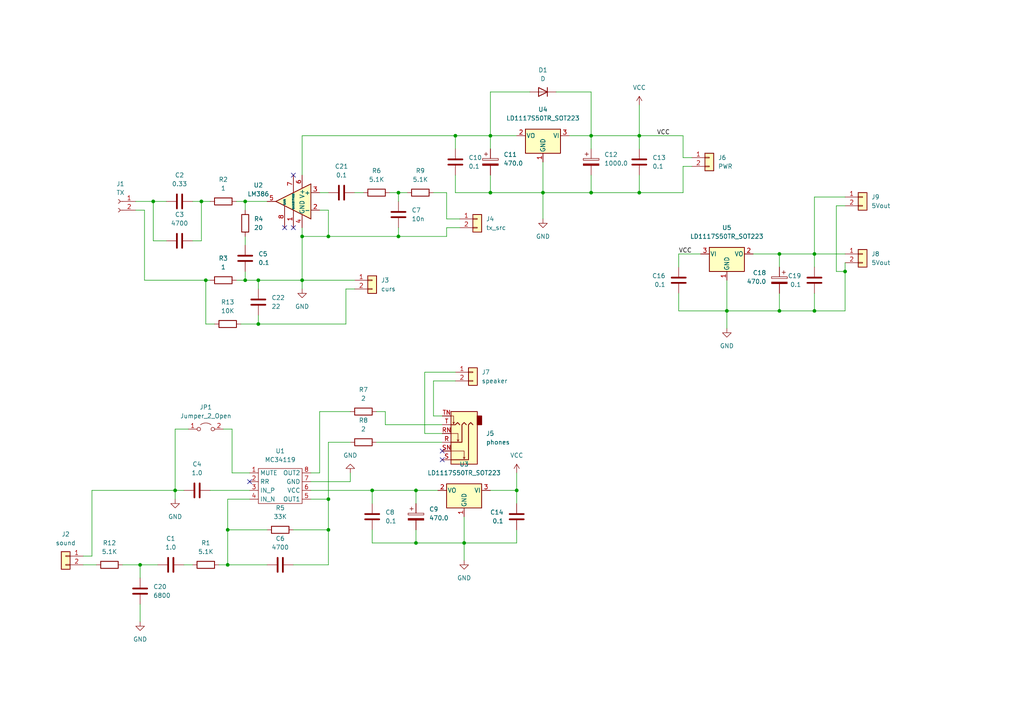
<source format=kicad_sch>
(kicad_sch (version 20211123) (generator eeschema)
  (paper "A4")
  (lib_symbols
    (symbol "Amplifier_Audio:LM386" (pin_names (offset 0.127))
      (property "Reference" "U" (at 1.27 7.62 0))
      (property "Value" "LM386" (at 1.27 5.08 0))
      (symbol "LM386_0_1"
        (polyline (pts (xy 5.08 0) (xy -5.08 5.08) (xy -5.08 -5.08) (xy 5.08 0)) (stroke (width 0.254)) (fill (type background)))
      )
      (symbol "LM386_1_1"
        (pin input line (at 0 -7.62 90) (length 5.08) (name "GAIN") (number "1"))
        (pin input line (at -7.62 -2.54 0) (length 2.54) (name "-") (number "2"))
        (pin input line (at -7.62 2.54 0) (length 2.54) (name "+") (number "3"))
        (pin power_in line (at -2.54 -7.62 90) (length 3.81) (name "GND") (number "4"))
        (pin output line (at 7.62 0 180) (length 2.54) (name "~") (number "5"))
        (pin power_in line (at -2.54 7.62 270) (length 3.81) (name "V+") (number "6"))
        (pin input line (at 0 7.62 270) (length 5.08) (name "BYPASS") (number "7"))
        (pin input line (at 2.54 -7.62 90) (length 6.35) (name "GAIN") (number "8"))
      )
    )
    (symbol "Connector:AudioJack3_Switch"
      (property "Reference" "J" (at 0 11.43 0))
      (property "Value" "AudioJack3_Switch" (at 0 8.89 0))
      (symbol "AudioJack3_Switch_0_1"
        (rectangle (start -5.08 -5.08) (end -6.35 -7.62) (stroke (width 0.254)) (fill (type outline)))
        (polyline (pts (xy -1.27 4.826) (xy -1.016 4.318)))
        (polyline (pts (xy 0.508 -0.254) (xy 0.762 -0.762)))
        (polyline (pts (xy 1.778 -5.334) (xy 2.032 -5.842)))
        (polyline (pts (xy 0 -5.08) (xy 0.635 -5.715) (xy 1.27 -5.08) (xy 2.54 -5.08)) (stroke (width 0.254)))
        (polyline (pts (xy 2.54 -7.62) (xy 1.778 -7.62) (xy 1.778 -5.334) (xy 1.524 -5.842)))
        (polyline (pts (xy 2.54 -2.54) (xy 0.508 -2.54) (xy 0.508 -0.254) (xy 0.254 -0.762)))
        (polyline (pts (xy 2.54 2.54) (xy -1.27 2.54) (xy -1.27 4.826) (xy -1.524 4.318)))
        (polyline (pts (xy -1.905 -5.08) (xy -1.27 -5.715) (xy -0.635 -5.08) (xy -0.635 0) (xy 2.54 0)) (stroke (width 0.254)))
        (polyline (pts (xy 2.54 5.08) (xy -2.54 5.08) (xy -2.54 -5.08) (xy -3.175 -5.715) (xy -3.81 -5.08)) (stroke (width 0.254)))
        (rectangle (start 2.54 6.35) (end -5.08 -8.89) (stroke (width 0.254)) (fill (type background)))
      )
      (symbol "AudioJack3_Switch_1_1"
        (pin passive line (at 5.08 0 180) (length 2.54) (name "~") (number "R"))
        (pin passive line (at 5.08 -2.54 180) (length 2.54) (name "~") (number "RN"))
        (pin passive line (at 5.08 5.08 180) (length 2.54) (name "~") (number "S"))
        (pin passive line (at 5.08 2.54 180) (length 2.54) (name "~") (number "SN"))
        (pin passive line (at 5.08 -5.08 180) (length 2.54) (name "~") (number "T"))
        (pin passive line (at 5.08 -7.62 180) (length 2.54) (name "~") (number "TN"))
      )
    )
    (symbol "Connector:Conn_01x02_Female" (pin_names (offset 1.016) hide)
      (property "Reference" "J" (at 0 2.54 0))
      (property "Value" "Conn_01x02_Female" (at 0 -5.08 0))
      (symbol "Conn_01x02_Female_1_1"
        (arc (start 0 -2.032) (mid -0.508 -2.54) (end 0 -3.048) (stroke (width 0.1524)))
        (polyline (pts (xy -1.27 -2.54) (xy -0.508 -2.54)) (stroke (width 0.1524)))
        (polyline (pts (xy -1.27 0) (xy -0.508 0)) (stroke (width 0.1524)))
        (arc (start 0 0.508) (mid -0.508 0) (end 0 -0.508) (stroke (width 0.1524)))
        (pin passive line (at -5.08 0 0) (length 3.81) (name "Pin_1") (number "1"))
        (pin passive line (at -5.08 -2.54 0) (length 3.81) (name "Pin_2") (number "2"))
      )
    )
    (symbol "Connector_Generic:Conn_01x02" (pin_names (offset 1.016) hide)
      (property "Reference" "J" (at 0 2.54 0))
      (property "Value" "Conn_01x02" (at 0 -5.08 0))
      (symbol "Conn_01x02_1_1"
        (rectangle (start -1.27 -2.413) (end 0 -2.667) (stroke (width 0.1524)))
        (rectangle (start -1.27 0.127) (end 0 -0.127) (stroke (width 0.1524)))
        (rectangle (start -1.27 1.27) (end 1.27 -3.81) (stroke (width 0.254)) (fill (type background)))
        (pin passive line (at -5.08 0 0) (length 3.81) (name "Pin_1") (number "1"))
        (pin passive line (at -5.08 -2.54 0) (length 3.81) (name "Pin_2") (number "2"))
      )
    )
    (symbol "Device:C" (pin_numbers hide) (pin_names (offset 0.254))
      (property "Reference" "C" (at 0.635 2.54 0))
      (property "Value" "C" (at 0.635 -2.54 0))
      (symbol "C_0_1"
        (polyline (pts (xy -2.032 -0.762) (xy 2.032 -0.762)) (stroke (width 0.508)))
        (polyline (pts (xy -2.032 0.762) (xy 2.032 0.762)) (stroke (width 0.508)))
      )
      (symbol "C_1_1"
        (pin passive line (at 0 3.81 270) (length 2.794) (name "~") (number "1"))
        (pin passive line (at 0 -3.81 90) (length 2.794) (name "~") (number "2"))
      )
    )
    (symbol "Device:C_Polarized" (pin_numbers hide) (pin_names (offset 0.254))
      (property "Reference" "C" (at 0.635 2.54 0))
      (property "Value" "C_Polarized" (at 0.635 -2.54 0))
      (symbol "C_Polarized_0_1"
        (rectangle (start -2.286 0.508) (end 2.286 1.016))
        (polyline (pts (xy -1.778 2.286) (xy -0.762 2.286)))
        (polyline (pts (xy -1.27 2.794) (xy -1.27 1.778)))
        (rectangle (start 2.286 -0.508) (end -2.286 -1.016) (fill (type outline)))
      )
      (symbol "C_Polarized_1_1"
        (pin passive line (at 0 3.81 270) (length 2.794) (name "~") (number "1"))
        (pin passive line (at 0 -3.81 90) (length 2.794) (name "~") (number "2"))
      )
    )
    (symbol "Device:D" (pin_numbers hide) (pin_names (offset 1.016) hide)
      (property "Reference" "D" (at 0 2.54 0))
      (property "Value" "D" (at 0 -2.54 0))
      (symbol "D_0_1"
        (polyline (pts (xy -1.27 1.27) (xy -1.27 -1.27)) (stroke (width 0.254)))
        (polyline (pts (xy 1.27 0) (xy -1.27 0)))
        (polyline (pts (xy 1.27 1.27) (xy 1.27 -1.27) (xy -1.27 0) (xy 1.27 1.27)) (stroke (width 0.254)))
      )
      (symbol "D_1_1"
        (pin passive line (at -3.81 0 0) (length 2.54) (name "K") (number "1"))
        (pin passive line (at 3.81 0 180) (length 2.54) (name "A") (number "2"))
      )
    )
    (symbol "Device:R" (pin_numbers hide) (pin_names (offset 0))
      (property "Reference" "R" (at 2.032 0 90))
      (property "Value" "R" (at 0 0 90))
      (symbol "R_0_1"
        (rectangle (start -1.016 -2.54) (end 1.016 2.54) (stroke (width 0.254)))
      )
      (symbol "R_1_1"
        (pin passive line (at 0 3.81 270) (length 1.27) (name "~") (number "1"))
        (pin passive line (at 0 -3.81 90) (length 1.27) (name "~") (number "2"))
      )
    )
    (symbol "Jumper:Jumper_2_Open" (pin_names (offset 0) hide)
      (property "Reference" "JP" (at 0 2.794 0))
      (property "Value" "Jumper_2_Open" (at 0 -2.286 0))
      (symbol "Jumper_2_Open_0_0"
        (circle (center -2.032 0) (radius 0.508))
        (circle (center 2.032 0) (radius 0.508))
      )
      (symbol "Jumper_2_Open_0_1"
        (arc (start 1.524 1.27) (mid 0 1.778) (end -1.524 1.27))
      )
      (symbol "Jumper_2_Open_1_1"
        (pin passive line (at -5.08 0 0) (length 2.54) (name "A") (number "1"))
        (pin passive line (at 5.08 0 180) (length 2.54) (name "B") (number "2"))
      )
    )
    (symbol "Regulator_Linear:LD1117S50TR_SOT223" (pin_names (offset 0.254))
      (property "Reference" "U" (at -3.81 3.175 0))
      (property "Value" "LD1117S50TR_SOT223" (at 0 3.175 0))
      (symbol "LD1117S50TR_SOT223_0_1"
        (rectangle (start -5.08 -5.08) (end 5.08 1.905) (stroke (width 0.254)) (fill (type background)))
      )
      (symbol "LD1117S50TR_SOT223_1_1"
        (pin power_in line (at 0 -7.62 90) (length 2.54) (name "GND") (number "1"))
        (pin power_out line (at 7.62 0 180) (length 2.54) (name "VO") (number "2"))
        (pin power_in line (at -7.62 0 0) (length 2.54) (name "VI") (number "3"))
      )
    )
    (symbol "local:MC34119"
      (property "Reference" "U" (at 1.27 6.35 0))
      (property "Value" "MC34119" (at 1.27 -6.35 0))
      (symbol "MC34119_0_1"
        (rectangle (start -5.08 5.08) (end 7.62 -5.08))
      )
      (symbol "MC34119_1_1"
        (pin input line (at -7.62 3.81 0) (length 2.54) (name "MUTE") (number "1"))
        (pin bidirectional line (at -7.62 1.27 0) (length 2.54) (name "RR") (number "2"))
        (pin input line (at -7.62 -1.27 0) (length 2.54) (name "IN_P") (number "3"))
        (pin input line (at -7.62 -3.81 0) (length 2.54) (name "IN_N") (number "4"))
        (pin power_in line (at 10.16 -3.81 180) (length 2.54) (name "OUT1") (number "5"))
        (pin power_in line (at 10.16 -1.27 180) (length 2.54) (name "VCC") (number "6"))
        (pin power_in line (at 10.16 1.27 180) (length 2.54) (name "GND") (number "7"))
        (pin output line (at 10.16 3.81 180) (length 2.54) (name "OUT2") (number "8"))
      )
    )
    (symbol "power:GND" (power) (pin_names (offset 0))
      (property "Value" "GND" (at 0 -3.81 0))
      (symbol "GND_0_1"
        (polyline (pts (xy 0 0) (xy 0 -1.27) (xy 1.27 -1.27) (xy 0 -2.54) (xy -1.27 -1.27) (xy 0 -1.27)))
      )
      (symbol "GND_1_1"
        (pin power_in line (at 0 0 270) (length 0) hide (name "GND") (number "1"))
      )
    )
    (symbol "power:VCC" (power) (pin_names (offset 0))
      (property "Value" "VCC" (at 0 3.81 0))
      (symbol "VCC_0_1"
        (polyline (pts (xy -0.762 1.27) (xy 0 2.54)))
        (polyline (pts (xy 0 0) (xy 0 2.54)))
        (polyline (pts (xy 0 2.54) (xy 0.762 1.27)))
      )
      (symbol "VCC_1_1"
        (pin power_in line (at 0 0 90) (length 0) hide (name "VCC") (number "1"))
      )
    )
  )
  (junction (at 58.42 58.42))
  (junction (at 66.04 153.67))
  (junction (at 120.65 157.48))
  (junction (at 236.22 90.17))
  (junction (at 95.25 153.67))
  (junction (at 210.82 90.17))
  (junction (at 226.06 73.66))
  (junction (at 120.65 142.24))
  (junction (at 115.57 55.88))
  (junction (at 87.63 68.58))
  (junction (at 107.95 142.24))
  (junction (at 171.45 39.37))
  (junction (at 171.45 55.88))
  (junction (at 40.64 163.83))
  (junction (at 134.62 157.48))
  (junction (at 44.45 58.42))
  (junction (at 95.25 144.78))
  (junction (at 142.24 55.88))
  (junction (at 185.42 39.37))
  (junction (at 50.8 142.24))
  (junction (at 226.06 90.17))
  (junction (at 132.08 39.37))
  (junction (at 71.12 81.28))
  (junction (at 149.86 142.24))
  (junction (at 87.63 81.28))
  (junction (at 185.42 55.88))
  (junction (at 236.22 73.66))
  (junction (at 245.11 78.74))
  (junction (at 59.69 81.28))
  (junction (at 115.57 68.58))
  (junction (at 71.12 58.42))
  (junction (at 74.93 93.98))
  (junction (at 95.25 68.58))
  (junction (at 74.93 81.28))
  (junction (at 142.24 39.37))
  (junction (at 157.48 55.88))
  (junction (at 66.04 163.83))
  (no_connect (at 85.09 50.8))
  (no_connect (at 72.39 139.7))
  (no_connect (at 82.55 66.04))
  (no_connect (at 85.09 66.04))
  (no_connect (at 128.27 133.35))
  (no_connect (at 128.27 130.81))
  (wire (pts (xy 171.45 50.8) (xy 171.45 55.88)))
  (wire (pts (xy 236.22 57.15) (xy 236.22 73.66)))
  (wire (pts (xy 142.24 39.37) (xy 132.08 39.37)))
  (wire (pts (xy 39.37 60.96) (xy 41.91 60.96)))
  (wire (pts (xy 123.19 125.73) (xy 123.19 107.95)))
  (wire (pts (xy 226.06 85.09) (xy 226.06 90.17)))
  (wire (pts (xy 102.87 81.28) (xy 87.63 81.28)))
  (wire (pts (xy 245.11 78.74) (xy 245.11 90.17)))
  (wire (pts (xy 26.67 161.29) (xy 26.67 142.24)))
  (wire (pts (xy 242.57 59.69) (xy 242.57 78.74)))
  (wire (pts (xy 245.11 90.17) (xy 236.22 90.17)))
  (wire (pts (xy 55.88 58.42) (xy 58.42 58.42)))
  (wire (pts (xy 92.71 119.38) (xy 101.6 119.38)))
  (wire (pts (xy 101.6 137.16) (xy 101.6 139.7)))
  (wire (pts (xy 66.04 144.78) (xy 72.39 144.78)))
  (wire (pts (xy 72.39 137.16) (xy 67.31 137.16)))
  (wire (pts (xy 236.22 90.17) (xy 226.06 90.17)))
  (wire (pts (xy 185.42 39.37) (xy 171.45 39.37)))
  (wire (pts (xy 132.08 39.37) (xy 87.63 39.37)))
  (wire (pts (xy 120.65 146.05) (xy 120.65 142.24)))
  (wire (pts (xy 74.93 81.28) (xy 74.93 83.82)))
  (wire (pts (xy 107.95 142.24) (xy 120.65 142.24)))
  (wire (pts (xy 40.64 163.83) (xy 45.72 163.83)))
  (wire (pts (xy 40.64 163.83) (xy 40.64 167.64)))
  (wire (pts (xy 115.57 66.04) (xy 115.57 68.58)))
  (wire (pts (xy 111.76 119.38) (xy 109.22 119.38)))
  (wire (pts (xy 109.22 128.27) (xy 128.27 128.27)))
  (wire (pts (xy 149.86 142.24) (xy 142.24 142.24)))
  (wire (pts (xy 161.29 26.67) (xy 171.45 26.67)))
  (wire (pts (xy 196.85 85.09) (xy 196.85 90.17)))
  (wire (pts (xy 77.47 163.83) (xy 66.04 163.83)))
  (wire (pts (xy 236.22 85.09) (xy 236.22 90.17)))
  (wire (pts (xy 24.13 161.29) (xy 26.67 161.29)))
  (wire (pts (xy 101.6 139.7) (xy 90.17 139.7)))
  (wire (pts (xy 129.54 68.58) (xy 115.57 68.58)))
  (wire (pts (xy 113.03 55.88) (xy 115.57 55.88)))
  (wire (pts (xy 50.8 144.78) (xy 50.8 142.24)))
  (wire (pts (xy 67.31 137.16) (xy 67.31 124.46)))
  (wire (pts (xy 236.22 73.66) (xy 245.11 73.66)))
  (wire (pts (xy 149.86 39.37) (xy 142.24 39.37)))
  (wire (pts (xy 157.48 46.99) (xy 157.48 55.88)))
  (wire (pts (xy 107.95 157.48) (xy 120.65 157.48)))
  (wire (pts (xy 149.86 157.48) (xy 134.62 157.48)))
  (wire (pts (xy 245.11 76.2) (xy 245.11 78.74)))
  (wire (pts (xy 85.09 153.67) (xy 95.25 153.67)))
  (wire (pts (xy 40.64 175.26) (xy 40.64 180.34)))
  (wire (pts (xy 55.88 69.85) (xy 58.42 69.85)))
  (wire (pts (xy 58.42 58.42) (xy 60.96 58.42)))
  (wire (pts (xy 133.35 63.5) (xy 129.54 63.5)))
  (wire (pts (xy 90.17 144.78) (xy 95.25 144.78)))
  (wire (pts (xy 67.31 124.46) (xy 64.77 124.46)))
  (wire (pts (xy 95.25 144.78) (xy 95.25 128.27)))
  (wire (pts (xy 196.85 73.66) (xy 203.2 73.66)))
  (wire (pts (xy 198.12 55.88) (xy 185.42 55.88)))
  (wire (pts (xy 100.33 93.98) (xy 100.33 83.82)))
  (wire (pts (xy 87.63 81.28) (xy 87.63 83.82)))
  (wire (pts (xy 71.12 78.74) (xy 71.12 81.28)))
  (wire (pts (xy 50.8 142.24) (xy 53.34 142.24)))
  (wire (pts (xy 95.25 68.58) (xy 115.57 68.58)))
  (wire (pts (xy 107.95 146.05) (xy 107.95 142.24)))
  (wire (pts (xy 153.67 26.67) (xy 142.24 26.67)))
  (wire (pts (xy 90.17 137.16) (xy 92.71 137.16)))
  (wire (pts (xy 128.27 120.65) (xy 125.73 120.65)))
  (wire (pts (xy 120.65 157.48) (xy 134.62 157.48)))
  (wire (pts (xy 44.45 58.42) (xy 48.26 58.42)))
  (wire (pts (xy 102.87 55.88) (xy 105.41 55.88)))
  (wire (pts (xy 74.93 81.28) (xy 87.63 81.28)))
  (wire (pts (xy 226.06 90.17) (xy 210.82 90.17)))
  (wire (pts (xy 39.37 58.42) (xy 44.45 58.42)))
  (wire (pts (xy 226.06 73.66) (xy 226.06 77.47)))
  (wire (pts (xy 125.73 120.65) (xy 125.73 110.49)))
  (wire (pts (xy 142.24 50.8) (xy 142.24 55.88)))
  (wire (pts (xy 128.27 123.19) (xy 111.76 123.19)))
  (wire (pts (xy 95.25 60.96) (xy 95.25 68.58)))
  (wire (pts (xy 63.5 163.83) (xy 66.04 163.83)))
  (wire (pts (xy 129.54 55.88) (xy 125.73 55.88)))
  (wire (pts (xy 171.45 39.37) (xy 165.1 39.37)))
  (wire (pts (xy 185.42 39.37) (xy 185.42 43.18)))
  (wire (pts (xy 133.35 66.04) (xy 129.54 66.04)))
  (wire (pts (xy 142.24 26.67) (xy 142.24 39.37)))
  (wire (pts (xy 134.62 157.48) (xy 134.62 162.56)))
  (wire (pts (xy 59.69 81.28) (xy 60.96 81.28)))
  (wire (pts (xy 69.85 93.98) (xy 74.93 93.98)))
  (wire (pts (xy 53.34 163.83) (xy 55.88 163.83)))
  (wire (pts (xy 134.62 149.86) (xy 134.62 157.48)))
  (wire (pts (xy 210.82 90.17) (xy 210.82 95.25)))
  (wire (pts (xy 48.26 69.85) (xy 44.45 69.85)))
  (wire (pts (xy 185.42 50.8) (xy 185.42 55.88)))
  (wire (pts (xy 74.93 93.98) (xy 100.33 93.98)))
  (wire (pts (xy 90.17 142.24) (xy 107.95 142.24)))
  (wire (pts (xy 92.71 55.88) (xy 95.25 55.88)))
  (wire (pts (xy 60.96 142.24) (xy 72.39 142.24)))
  (wire (pts (xy 218.44 73.66) (xy 226.06 73.66)))
  (wire (pts (xy 149.86 153.67) (xy 149.86 157.48)))
  (wire (pts (xy 95.25 128.27) (xy 101.6 128.27)))
  (wire (pts (xy 107.95 153.67) (xy 107.95 157.48)))
  (wire (pts (xy 71.12 81.28) (xy 74.93 81.28)))
  (wire (pts (xy 71.12 58.42) (xy 71.12 60.96)))
  (wire (pts (xy 226.06 73.66) (xy 236.22 73.66)))
  (wire (pts (xy 196.85 90.17) (xy 210.82 90.17)))
  (wire (pts (xy 142.24 55.88) (xy 157.48 55.88)))
  (wire (pts (xy 58.42 69.85) (xy 58.42 58.42)))
  (wire (pts (xy 115.57 55.88) (xy 118.11 55.88)))
  (wire (pts (xy 129.54 63.5) (xy 129.54 55.88)))
  (wire (pts (xy 149.86 142.24) (xy 149.86 146.05)))
  (wire (pts (xy 24.13 163.83) (xy 27.94 163.83)))
  (wire (pts (xy 198.12 45.72) (xy 198.12 39.37)))
  (wire (pts (xy 54.61 124.46) (xy 50.8 124.46)))
  (wire (pts (xy 87.63 39.37) (xy 87.63 50.8)))
  (wire (pts (xy 85.09 163.83) (xy 95.25 163.83)))
  (wire (pts (xy 129.54 66.04) (xy 129.54 68.58)))
  (wire (pts (xy 132.08 55.88) (xy 142.24 55.88)))
  (wire (pts (xy 120.65 142.24) (xy 127 142.24)))
  (wire (pts (xy 236.22 73.66) (xy 236.22 77.47)))
  (wire (pts (xy 157.48 55.88) (xy 157.48 63.5)))
  (wire (pts (xy 41.91 60.96) (xy 41.91 81.28)))
  (wire (pts (xy 77.47 58.42) (xy 71.12 58.42)))
  (wire (pts (xy 142.24 39.37) (xy 142.24 43.18)))
  (wire (pts (xy 68.58 81.28) (xy 71.12 81.28)))
  (wire (pts (xy 198.12 48.26) (xy 198.12 55.88)))
  (wire (pts (xy 120.65 153.67) (xy 120.65 157.48)))
  (wire (pts (xy 198.12 39.37) (xy 185.42 39.37)))
  (wire (pts (xy 185.42 30.48) (xy 185.42 39.37)))
  (wire (pts (xy 95.25 68.58) (xy 87.63 68.58)))
  (wire (pts (xy 71.12 68.58) (xy 71.12 71.12)))
  (wire (pts (xy 185.42 55.88) (xy 171.45 55.88)))
  (wire (pts (xy 26.67 142.24) (xy 50.8 142.24)))
  (wire (pts (xy 59.69 93.98) (xy 62.23 93.98)))
  (wire (pts (xy 196.85 73.66) (xy 196.85 77.47)))
  (wire (pts (xy 68.58 58.42) (xy 71.12 58.42)))
  (wire (pts (xy 66.04 153.67) (xy 66.04 144.78)))
  (wire (pts (xy 102.87 83.82) (xy 100.33 83.82)))
  (wire (pts (xy 171.45 26.67) (xy 171.45 39.37)))
  (wire (pts (xy 111.76 123.19) (xy 111.76 119.38)))
  (wire (pts (xy 87.63 68.58) (xy 87.63 81.28)))
  (wire (pts (xy 35.56 163.83) (xy 40.64 163.83)))
  (wire (pts (xy 245.11 59.69) (xy 242.57 59.69)))
  (wire (pts (xy 200.66 45.72) (xy 198.12 45.72)))
  (wire (pts (xy 44.45 69.85) (xy 44.45 58.42)))
  (wire (pts (xy 92.71 137.16) (xy 92.71 119.38)))
  (wire (pts (xy 171.45 43.18) (xy 171.45 39.37)))
  (wire (pts (xy 123.19 107.95) (xy 132.08 107.95)))
  (wire (pts (xy 95.25 163.83) (xy 95.25 153.67)))
  (wire (pts (xy 74.93 93.98) (xy 74.93 91.44)))
  (wire (pts (xy 95.25 153.67) (xy 95.25 144.78)))
  (wire (pts (xy 132.08 50.8) (xy 132.08 55.88)))
  (wire (pts (xy 115.57 55.88) (xy 115.57 58.42)))
  (wire (pts (xy 210.82 81.28) (xy 210.82 90.17)))
  (wire (pts (xy 41.91 81.28) (xy 59.69 81.28)))
  (wire (pts (xy 125.73 110.49) (xy 132.08 110.49)))
  (wire (pts (xy 59.69 93.98) (xy 59.69 81.28)))
  (wire (pts (xy 171.45 55.88) (xy 157.48 55.88)))
  (wire (pts (xy 200.66 48.26) (xy 198.12 48.26)))
  (wire (pts (xy 128.27 125.73) (xy 123.19 125.73)))
  (wire (pts (xy 50.8 124.46) (xy 50.8 142.24)))
  (wire (pts (xy 242.57 78.74) (xy 245.11 78.74)))
  (wire (pts (xy 132.08 39.37) (xy 132.08 43.18)))
  (wire (pts (xy 245.11 57.15) (xy 236.22 57.15)))
  (wire (pts (xy 87.63 66.04) (xy 87.63 68.58)))
  (wire (pts (xy 149.86 137.16) (xy 149.86 142.24)))
  (wire (pts (xy 66.04 163.83) (xy 66.04 153.67)))
  (wire (pts (xy 92.71 60.96) (xy 95.25 60.96)))
  (wire (pts (xy 77.47 153.67) (xy 66.04 153.67)))
  (label "VCC" (at 190.5 39.37 0))
  (label "VCC" (at 196.85 73.66 0))
  (symbol (lib_id "power:GND") (at 87.63 83.82 0) (unit 1)
    (property "Reference" "#PWR0101" (effects hide))
    (property "Value" "GND" (at 87.63 88.9 0))
  )
  (symbol (lib_id "Device:R") (at 66.04 93.98 270) (unit 1)
    (property "Reference" "R13" (at 66.04 87.63 90))
    (property "Value" "10K" (at 66.04 90.17 90))
    (property "Footprint" "Resistor_SMD:R_1206_3216Metric_Pad1.30x1.75mm_HandSolder" (effects hide))
  )
  (symbol (lib_id "Connector_Generic:Conn_01x02") (at 137.16 107.95 0) (unit 1)
    (property "Reference" "J7" (at 139.7 107.9499 0) (effects (justify left)))
    (property "Value" "speaker" (at 139.7 110.4899 0) (effects (justify left)))
    (property "Footprint" "Connector_PinHeader_2.54mm:PinHeader_1x02_P2.54mm_Vertical" (effects hide))
  )
  (symbol (lib_id "Device:R") (at 31.75 163.83 90) (unit 1)
    (property "Reference" "R12" (at 31.75 157.48 90))
    (property "Value" "5.1K" (at 31.75 160.02 90))
    (property "Footprint" "Resistor_SMD:R_1206_3216Metric_Pad1.30x1.75mm_HandSolder" (effects hide))
  )
  (symbol (lib_id "Device:R") (at 64.77 81.28 90) (unit 1)
    (property "Reference" "R3" (at 64.77 74.93 90))
    (property "Value" "1" (at 64.77 77.47 90))
    (property "Footprint" "Resistor_THT:R_Axial_Power_L20.0mm_W6.4mm_P7.62mm_Vertical" (effects hide))
  )
  (symbol (lib_id "power:GND") (at 40.64 180.34 0) (unit 1)
    (property "Reference" "#PWR0110" (effects hide))
    (property "Value" "GND" (at 40.64 185.42 0))
  )
  (symbol (lib_id "power:VCC") (at 149.86 137.16 0) (unit 1)
    (property "Reference" "#PWR0105" (effects hide))
    (property "Value" "VCC" (at 149.86 132.08 0))
  )
  (symbol (lib_id "Connector_Generic:Conn_01x02") (at 250.19 73.66 0) (unit 1)
    (property "Reference" "J8" (at 252.73 73.6599 0) (effects (justify left)))
    (property "Value" "5Vout" (at 252.73 76.1999 0) (effects (justify left)))
    (property "Footprint" "Connector_PinHeader_2.54mm:PinHeader_1x02_P2.54mm_Vertical" (effects hide))
  )
  (symbol (lib_id "Device:R") (at 64.77 58.42 90) (unit 1)
    (property "Reference" "R2" (at 64.77 52.07 90))
    (property "Value" "1" (at 64.77 54.61 90))
    (property "Footprint" "Resistor_THT:R_Axial_Power_L20.0mm_W6.4mm_P7.62mm_Vertical" (effects hide))
  )
  (symbol (lib_id "Device:C") (at 57.15 142.24 90) (unit 1)
    (property "Reference" "C4" (at 57.15 134.62 90))
    (property "Value" "1.0" (at 57.15 137.16 90))
    (property "Footprint" "Capacitor_SMD:C_1206_3216Metric_Pad1.33x1.80mm_HandSolder" (effects hide))
  )
  (symbol (lib_id "Jumper:Jumper_2_Open") (at 59.69 124.46 0) (unit 1)
    (property "Reference" "JP1" (at 59.69 118.11 0))
    (property "Value" "Jumper_2_Open" (at 59.69 120.65 0))
    (property "Footprint" "Connector_PinHeader_2.54mm:PinHeader_1x02_P2.54mm_Vertical" (effects hide))
  )
  (symbol (lib_id "Device:R") (at 59.69 163.83 90) (unit 1)
    (property "Reference" "R1" (at 59.69 157.48 90))
    (property "Value" "5.1K" (at 59.69 160.02 90))
    (property "Footprint" "Resistor_SMD:R_1206_3216Metric_Pad1.30x1.75mm_HandSolder" (effects hide))
  )
  (symbol (lib_id "Device:D") (at 157.48 26.67 180) (unit 1)
    (property "Reference" "D1" (at 157.48 20.32 0))
    (property "Value" "D" (at 157.48 22.86 0))
    (property "Footprint" "Diode_THT:D_DO-41_SOD81_P5.08mm_Vertical_KathodeUp" (effects hide))
  )
  (symbol (lib_id "Device:C") (at 115.57 62.23 0) (unit 1)
    (property "Reference" "C7" (at 119.38 60.9599 0) (effects (justify left)))
    (property "Value" "10n" (at 119.38 63.4999 0) (effects (justify left)))
    (property "Footprint" "Capacitor_THT:C_Disc_D9.0mm_W5.0mm_P5.00mm" (effects hide))
  )
  (symbol (lib_id "power:VCC") (at 185.42 30.48 0) (unit 1)
    (property "Reference" "#PWR0108" (effects hide))
    (property "Value" "VCC" (at 185.42 25.4 0))
  )
  (symbol (lib_id "Device:C") (at 185.42 46.99 0) (unit 1)
    (property "Reference" "C13" (at 189.23 45.7199 0) (effects (justify left)))
    (property "Value" "0.1" (at 189.23 48.2599 0) (effects (justify left)))
    (property "Footprint" "Capacitor_SMD:C_1206_3216Metric_Pad1.33x1.80mm_HandSolder" (effects hide))
  )
  (symbol (lib_id "Device:R") (at 81.28 153.67 90) (unit 1)
    (property "Reference" "R5" (at 81.28 147.32 90))
    (property "Value" "33K" (at 81.28 149.86 90))
    (property "Footprint" "Resistor_SMD:R_1206_3216Metric_Pad1.30x1.75mm_HandSolder" (effects hide))
  )
  (symbol (lib_id "Device:C") (at 196.85 81.28 0) (mirror y) (unit 1)
    (property "Reference" "C16" (at 193.04 80.0099 0) (effects (justify left)))
    (property "Value" "0.1" (at 193.04 82.5499 0) (effects (justify left)))
    (property "Footprint" "Capacitor_SMD:C_1206_3216Metric_Pad1.33x1.80mm_HandSolder" (effects hide))
  )
  (symbol (lib_id "Device:R") (at 121.92 55.88 90) (unit 1)
    (property "Reference" "R9" (at 121.92 49.53 90))
    (property "Value" "5.1K" (at 121.92 52.07 90))
    (property "Footprint" "Resistor_SMD:R_1206_3216Metric_Pad1.30x1.75mm_HandSolder" (effects hide))
  )
  (symbol (lib_id "Connector_Generic:Conn_01x02") (at 205.74 45.72 0) (unit 1)
    (property "Reference" "J6" (at 208.28 45.7199 0) (effects (justify left)))
    (property "Value" "PWR" (at 208.28 48.2599 0) (effects (justify left)))
    (property "Footprint" "Connector_PinHeader_2.54mm:PinHeader_1x02_P2.54mm_Vertical" (effects hide))
  )
  (symbol (lib_id "Device:R") (at 71.12 64.77 0) (unit 1)
    (property "Reference" "R4" (at 73.66 63.4999 0) (effects (justify left)))
    (property "Value" "20" (at 73.66 66.0399 0) (effects (justify left)))
    (property "Footprint" "Resistor_THT:R_Axial_DIN0207_L6.3mm_D2.5mm_P5.08mm_Vertical" (effects hide))
  )
  (symbol (lib_id "Regulator_Linear:LD1117S50TR_SOT223") (at 134.62 142.24 0) (mirror y) (unit 1)
    (property "Reference" "U3" (at 134.62 134.62 0))
    (property "Value" "LD1117S50TR_SOT223" (at 134.62 137.16 0))
    (property "Footprint" "Package_TO_SOT_SMD:SOT-223-3_TabPin2" (effects hide))
    (property "Datasheet" "http://www.st.com/st-web-ui/static/active/en/resource/technical/document/datasheet/CD00000544.pdf" (effects hide))
  )
  (symbol (lib_id "Amplifier_Audio:LM386") (at 85.09 58.42 0) (mirror y) (unit 1)
    (property "Reference" "U2" (at 74.93 53.721 0))
    (property "Value" "LM386" (at 74.93 56.261 0))
    (property "Footprint" "Package_DIP:DIP-8_W7.62mm" (effects hide))
    (property "Datasheet" "http://www.ti.com/lit/ds/symlink/lm386.pdf" (effects hide))
  )
  (symbol (lib_id "Connector_Generic:Conn_01x02") (at 250.19 57.15 0) (unit 1)
    (property "Reference" "J9" (at 252.73 57.1499 0) (effects (justify left)))
    (property "Value" "5Vout" (at 252.73 59.6899 0) (effects (justify left)))
    (property "Footprint" "Connector_PinHeader_2.54mm:PinHeader_1x02_P2.54mm_Vertical" (effects hide))
  )
  (symbol (lib_id "Device:C_Polarized") (at 171.45 46.99 0) (unit 1)
    (property "Reference" "C12" (at 175.26 44.8309 0) (effects (justify left)))
    (property "Value" "1000.0" (at 175.26 47.3709 0) (effects (justify left)))
    (property "Footprint" "Capacitor_THT:CP_Radial_D10.0mm_P5.00mm" (effects hide))
  )
  (symbol (lib_id "Device:C_Polarized") (at 226.06 81.28 0) (mirror y) (unit 1)
    (property "Reference" "C18" (at 222.25 79.1209 0) (effects (justify left)))
    (property "Value" "470.0" (at 222.25 81.6609 0) (effects (justify left)))
    (property "Footprint" "Capacitor_THT:CP_Radial_D10.0mm_P5.00mm" (effects hide))
  )
  (symbol (lib_id "Device:C") (at 71.12 74.93 0) (unit 1)
    (property "Reference" "C5" (at 74.93 73.6599 0) (effects (justify left)))
    (property "Value" "0.1" (at 74.93 76.1999 0) (effects (justify left)))
    (property "Footprint" "Capacitor_SMD:C_1206_3216Metric_Pad1.33x1.80mm_HandSolder" (effects hide))
  )
  (symbol (lib_id "Device:C") (at 236.22 81.28 0) (mirror y) (unit 1)
    (property "Reference" "C19" (at 232.41 80.0099 0) (effects (justify left)))
    (property "Value" "0.1" (at 232.41 82.5499 0) (effects (justify left)))
    (property "Footprint" "Capacitor_SMD:C_1206_3216Metric_Pad1.33x1.80mm_HandSolder" (effects hide))
  )
  (symbol (lib_id "Device:C") (at 40.64 171.45 0) (unit 1)
    (property "Reference" "C20" (at 44.45 170.1799 0) (effects (justify left)))
    (property "Value" "6800" (at 44.45 172.7199 0) (effects (justify left)))
    (property "Footprint" "Capacitor_THT:C_Disc_D9.0mm_W5.0mm_P5.00mm" (effects hide))
  )
  (symbol (lib_id "power:GND") (at 134.62 162.56 0) (unit 1)
    (property "Reference" "#PWR0104" (effects hide))
    (property "Value" "GND" (at 134.62 167.64 0))
  )
  (symbol (lib_id "Device:C") (at 99.06 55.88 90) (unit 1)
    (property "Reference" "C21" (at 99.06 48.26 90))
    (property "Value" "0.1" (at 99.06 50.8 90))
    (property "Footprint" "Capacitor_SMD:C_1206_3216Metric_Pad1.33x1.80mm_HandSolder" (effects hide))
  )
  (symbol (lib_id "Device:R") (at 109.22 55.88 270) (unit 1)
    (property "Reference" "R6" (at 109.22 49.53 90))
    (property "Value" "5.1K" (at 109.22 52.07 90))
    (property "Footprint" "Resistor_SMD:R_1206_3216Metric_Pad1.30x1.75mm_HandSolder" (effects hide))
  )
  (symbol (lib_id "Device:C") (at 49.53 163.83 90) (unit 1)
    (property "Reference" "C1" (at 49.53 156.21 90))
    (property "Value" "1.0" (at 49.53 158.75 90))
    (property "Footprint" "Capacitor_SMD:C_1206_3216Metric_Pad1.33x1.80mm_HandSolder" (effects hide))
  )
  (symbol (lib_id "Regulator_Linear:LD1117S50TR_SOT223") (at 157.48 39.37 0) (mirror y) (unit 1)
    (property "Reference" "U4" (at 157.48 31.75 0))
    (property "Value" "LD1117S50TR_SOT223" (at 157.48 34.29 0))
    (property "Footprint" "Package_TO_SOT_SMD:SOT-223-3_TabPin2" (effects hide))
    (property "Datasheet" "http://www.st.com/st-web-ui/static/active/en/resource/technical/document/datasheet/CD00000544.pdf" (effects hide))
  )
  (symbol (lib_id "Connector_Generic:Conn_01x02") (at 19.05 161.29 0) (mirror y) (unit 1)
    (property "Reference" "J2" (at 19.05 154.94 0))
    (property "Value" "sound" (at 19.05 157.48 0))
    (property "Footprint" "Connector_PinHeader_2.54mm:PinHeader_1x02_P2.54mm_Vertical" (effects hide))
  )
  (symbol (lib_id "power:GND") (at 157.48 63.5 0) (unit 1)
    (property "Reference" "#PWR0107" (effects hide))
    (property "Value" "GND" (at 157.48 68.58 0))
  )
  (symbol (lib_id "power:GND") (at 50.8 144.78 0) (unit 1)
    (property "Reference" "#PWR0103" (effects hide))
    (property "Value" "GND" (at 50.8 149.86 0))
  )
  (symbol (lib_id "Device:C_Polarized") (at 142.24 46.99 0) (unit 1)
    (property "Reference" "C11" (at 146.05 44.8309 0) (effects (justify left)))
    (property "Value" "470.0" (at 146.05 47.3709 0) (effects (justify left)))
    (property "Footprint" "Capacitor_THT:CP_Radial_D10.0mm_P5.00mm" (effects hide))
  )
  (symbol (lib_id "Device:C") (at 149.86 149.86 0) (mirror y) (unit 1)
    (property "Reference" "C14" (at 146.05 148.5899 0) (effects (justify left)))
    (property "Value" "0.1" (at 146.05 151.1299 0) (effects (justify left)))
    (property "Footprint" "Capacitor_SMD:C_1206_3216Metric_Pad1.33x1.80mm_HandSolder" (effects hide))
  )
  (symbol (lib_id "Connector_Generic:Conn_01x02") (at 107.95 81.28 0) (unit 1)
    (property "Reference" "J3" (at 110.49 81.2799 0) (effects (justify left)))
    (property "Value" "curs" (at 110.49 83.8199 0) (effects (justify left)))
    (property "Footprint" "Connector_PinHeader_2.54mm:PinHeader_1x02_P2.54mm_Vertical" (effects hide))
  )
  (symbol (lib_id "Regulator_Linear:LD1117S50TR_SOT223") (at 210.82 73.66 0) (unit 1)
    (property "Reference" "U5" (at 210.82 66.04 0))
    (property "Value" "LD1117S50TR_SOT223" (at 210.82 68.58 0))
    (property "Footprint" "Package_TO_SOT_SMD:SOT-223-3_TabPin2" (effects hide))
    (property "Datasheet" "http://www.st.com/st-web-ui/static/active/en/resource/technical/document/datasheet/CD00000544.pdf" (effects hide))
  )
  (symbol (lib_id "Connector:Conn_01x02_Female") (at 34.29 58.42 0) (mirror y) (unit 1)
    (property "Reference" "J1" (at 34.925 53.34 0))
    (property "Value" "TX" (at 34.925 55.88 0))
    (property "Footprint" "Connector_PinHeader_2.54mm:PinHeader_1x02_P2.54mm_Vertical" (effects hide))
  )
  (symbol (lib_id "power:GND") (at 101.6 137.16 180) (unit 1)
    (property "Reference" "#PWR0106" (effects hide))
    (property "Value" "GND" (at 101.6 132.08 0))
  )
  (symbol (lib_id "local:MC34119") (at 80.01 140.97 0) (unit 1)
    (property "Reference" "U1" (at 81.28 130.81 0))
    (property "Value" "MC34119" (at 81.28 133.35 0))
    (property "Footprint" "Package_SO:SOIC-8_3.9x4.9mm_P1.27mm" (effects hide))
  )
  (symbol (lib_id "Connector_Generic:Conn_01x02") (at 138.43 63.5 0) (unit 1)
    (property "Reference" "J4" (at 140.97 63.4999 0) (effects (justify left)))
    (property "Value" "tx_src" (at 140.97 66.0399 0) (effects (justify left)))
    (property "Footprint" "Connector_PinHeader_2.54mm:PinHeader_1x02_P2.54mm_Vertical" (effects hide))
  )
  (symbol (lib_id "Device:C") (at 74.93 87.63 180) (unit 1)
    (property "Reference" "C22" (at 78.74 86.3599 0) (effects (justify right)))
    (property "Value" "22" (at 78.74 88.8999 0) (effects (justify right)))
    (property "Footprint" "Capacitor_SMD:C_1206_3216Metric_Pad1.33x1.80mm_HandSolder" (effects hide))
  )
  (symbol (lib_id "Device:R") (at 105.41 128.27 90) (unit 1)
    (property "Reference" "R8" (at 105.41 121.92 90))
    (property "Value" "2" (at 105.41 124.46 90))
    (property "Footprint" "Resistor_SMD:R_1206_3216Metric_Pad1.30x1.75mm_HandSolder" (effects hide))
  )
  (symbol (lib_id "Device:C") (at 81.28 163.83 270) (unit 1)
    (property "Reference" "C6" (at 81.28 156.21 90))
    (property "Value" "4700" (at 81.28 158.75 90))
    (property "Footprint" "Capacitor_THT:C_Disc_D9.0mm_W5.0mm_P5.00mm" (effects hide))
  )
  (symbol (lib_id "Device:C") (at 107.95 149.86 0) (unit 1)
    (property "Reference" "C8" (at 111.76 148.5899 0) (effects (justify left)))
    (property "Value" "0.1" (at 111.76 151.1299 0) (effects (justify left)))
    (property "Footprint" "Capacitor_SMD:C_1206_3216Metric_Pad1.33x1.80mm_HandSolder" (effects hide))
  )
  (symbol (lib_id "Device:C_Polarized") (at 120.65 149.86 0) (unit 1)
    (property "Reference" "C9" (at 124.46 147.7009 0) (effects (justify left)))
    (property "Value" "470.0" (at 124.46 150.2409 0) (effects (justify left)))
    (property "Footprint" "Capacitor_THT:CP_Radial_D8.0mm_P5.00mm" (effects hide))
  )
  (symbol (lib_id "Device:R") (at 105.41 119.38 90) (unit 1)
    (property "Reference" "R7" (at 105.41 113.03 90))
    (property "Value" "2" (at 105.41 115.57 90))
    (property "Footprint" "Resistor_SMD:R_1206_3216Metric_Pad1.30x1.75mm_HandSolder" (effects hide))
  )
  (symbol (lib_id "Device:C") (at 132.08 46.99 0) (unit 1)
    (property "Reference" "C10" (at 135.89 45.7199 0) (effects (justify left)))
    (property "Value" "0.1" (at 135.89 48.2599 0) (effects (justify left)))
    (property "Footprint" "Capacitor_SMD:C_1206_3216Metric_Pad1.33x1.80mm_HandSolder" (effects hide))
  )
  (symbol (lib_id "Device:C") (at 52.07 69.85 90) (unit 1)
    (property "Reference" "C3" (at 52.07 62.23 90))
    (property "Value" "4700" (at 52.07 64.77 90))
    (property "Footprint" "Capacitor_THT:C_Disc_D9.0mm_W5.0mm_P5.00mm" (effects hide))
  )
  (symbol (lib_id "Device:C") (at 52.07 58.42 90) (unit 1)
    (property "Reference" "C2" (at 52.07 50.8 90))
    (property "Value" "0.33" (at 52.07 53.34 90))
    (property "Footprint" "Capacitor_THT:C_Disc_D9.0mm_W5.0mm_P5.00mm" (effects hide))
  )
  (symbol (lib_id "power:GND") (at 210.82 95.25 0) (unit 1)
    (property "Reference" "#PWR0109" (effects hide))
    (property "Value" "GND" (at 210.82 100.33 0))
  )
  (symbol (lib_id "Connector:AudioJack3_Switch") (at 133.35 128.27 180) (unit 1)
    (property "Reference" "J5" (at 140.97 125.7299 0) (effects (justify right)))
    (property "Value" "phones" (at 140.97 128.2699 0) (effects (justify right)))
    (property "Footprint" "Connector_Audio:Jack_6.35mm_Neutrik_NMJ6HCD3_Horizontal" (effects hide))
  )
)
</source>
